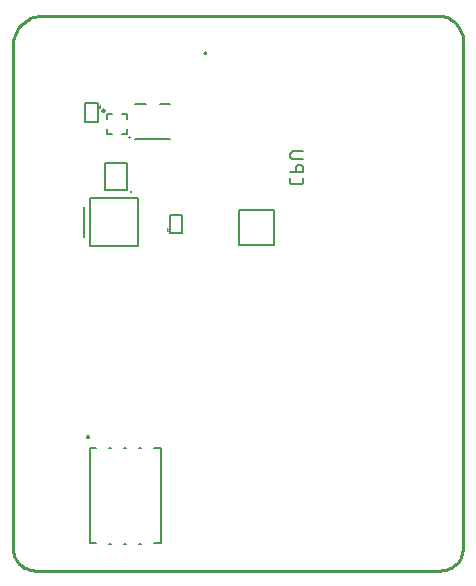
<source format=gbr>
G04 EAGLE Gerber RS-274X export*
G75*
%MOMM*%
%FSLAX34Y34*%
%LPD*%
%INSilkscreen Bottom*%
%IPPOS*%
%AMOC8*
5,1,8,0,0,1.08239X$1,22.5*%
G01*
%ADD10C,0.140000*%
%ADD11C,0.127000*%
%ADD12C,0.152400*%
%ADD13C,0.254000*%
%ADD14C,0.200000*%
%ADD15C,0.101600*%
%ADD16C,0.254000*%


D10*
X162200Y438100D02*
X162202Y438152D01*
X162208Y438204D01*
X162218Y438256D01*
X162231Y438306D01*
X162248Y438356D01*
X162269Y438404D01*
X162294Y438450D01*
X162322Y438494D01*
X162353Y438536D01*
X162387Y438576D01*
X162424Y438613D01*
X162464Y438647D01*
X162506Y438678D01*
X162550Y438706D01*
X162596Y438731D01*
X162644Y438752D01*
X162694Y438769D01*
X162744Y438782D01*
X162796Y438792D01*
X162848Y438798D01*
X162900Y438800D01*
X162952Y438798D01*
X163004Y438792D01*
X163056Y438782D01*
X163106Y438769D01*
X163156Y438752D01*
X163204Y438731D01*
X163250Y438706D01*
X163294Y438678D01*
X163336Y438647D01*
X163376Y438613D01*
X163413Y438576D01*
X163447Y438536D01*
X163478Y438494D01*
X163506Y438450D01*
X163531Y438404D01*
X163552Y438356D01*
X163569Y438306D01*
X163582Y438256D01*
X163592Y438204D01*
X163598Y438152D01*
X163600Y438100D01*
X163598Y438048D01*
X163592Y437996D01*
X163582Y437944D01*
X163569Y437894D01*
X163552Y437844D01*
X163531Y437796D01*
X163506Y437750D01*
X163478Y437706D01*
X163447Y437664D01*
X163413Y437624D01*
X163376Y437587D01*
X163336Y437553D01*
X163294Y437522D01*
X163250Y437494D01*
X163204Y437469D01*
X163156Y437448D01*
X163106Y437431D01*
X163056Y437418D01*
X163004Y437408D01*
X162952Y437402D01*
X162900Y437400D01*
X162848Y437402D01*
X162796Y437408D01*
X162744Y437418D01*
X162694Y437431D01*
X162644Y437448D01*
X162596Y437469D01*
X162550Y437494D01*
X162506Y437522D01*
X162464Y437553D01*
X162424Y437587D01*
X162387Y437624D01*
X162353Y437664D01*
X162322Y437706D01*
X162294Y437750D01*
X162269Y437796D01*
X162248Y437844D01*
X162231Y437894D01*
X162218Y437944D01*
X162208Y437996D01*
X162202Y438048D01*
X162200Y438100D01*
D11*
X105918Y274828D02*
X65278Y274828D01*
X105918Y274828D02*
X105918Y315468D01*
X65278Y315468D02*
X65278Y274828D01*
X65278Y315468D02*
X105918Y315468D01*
X60198Y307848D02*
X60198Y282448D01*
D12*
X77724Y321818D02*
X77724Y344678D01*
X96520Y344678D01*
X96520Y321818D01*
X77724Y321818D01*
D13*
X99822Y320548D03*
D14*
X75772Y389401D02*
X75774Y389464D01*
X75780Y389526D01*
X75790Y389588D01*
X75803Y389650D01*
X75821Y389710D01*
X75842Y389769D01*
X75867Y389827D01*
X75896Y389883D01*
X75928Y389937D01*
X75963Y389989D01*
X76001Y390038D01*
X76043Y390086D01*
X76087Y390130D01*
X76135Y390172D01*
X76184Y390210D01*
X76236Y390245D01*
X76290Y390277D01*
X76346Y390306D01*
X76404Y390331D01*
X76463Y390352D01*
X76523Y390370D01*
X76585Y390383D01*
X76647Y390393D01*
X76709Y390399D01*
X76772Y390401D01*
X76835Y390399D01*
X76897Y390393D01*
X76959Y390383D01*
X77021Y390370D01*
X77081Y390352D01*
X77140Y390331D01*
X77198Y390306D01*
X77254Y390277D01*
X77308Y390245D01*
X77360Y390210D01*
X77409Y390172D01*
X77457Y390130D01*
X77501Y390086D01*
X77543Y390038D01*
X77581Y389989D01*
X77616Y389937D01*
X77648Y389883D01*
X77677Y389827D01*
X77702Y389769D01*
X77723Y389710D01*
X77741Y389650D01*
X77754Y389588D01*
X77764Y389526D01*
X77770Y389464D01*
X77772Y389401D01*
X77770Y389338D01*
X77764Y389276D01*
X77754Y389214D01*
X77741Y389152D01*
X77723Y389092D01*
X77702Y389033D01*
X77677Y388975D01*
X77648Y388919D01*
X77616Y388865D01*
X77581Y388813D01*
X77543Y388764D01*
X77501Y388716D01*
X77457Y388672D01*
X77409Y388630D01*
X77360Y388592D01*
X77308Y388557D01*
X77254Y388525D01*
X77198Y388496D01*
X77140Y388471D01*
X77081Y388450D01*
X77021Y388432D01*
X76959Y388419D01*
X76897Y388409D01*
X76835Y388403D01*
X76772Y388401D01*
X76709Y388403D01*
X76647Y388409D01*
X76585Y388419D01*
X76523Y388432D01*
X76463Y388450D01*
X76404Y388471D01*
X76346Y388496D01*
X76290Y388525D01*
X76236Y388557D01*
X76184Y388592D01*
X76135Y388630D01*
X76087Y388672D01*
X76043Y388716D01*
X76001Y388764D01*
X75963Y388813D01*
X75928Y388865D01*
X75896Y388919D01*
X75867Y388975D01*
X75842Y389033D01*
X75821Y389092D01*
X75803Y389152D01*
X75790Y389214D01*
X75780Y389276D01*
X75774Y389338D01*
X75772Y389401D01*
D11*
X96842Y373981D02*
X96842Y369756D01*
X92617Y369756D01*
X96842Y382431D02*
X96842Y386656D01*
X92617Y386656D01*
X79942Y386656D02*
X79942Y382431D01*
X79942Y386656D02*
X84167Y386656D01*
X79942Y373981D02*
X79942Y369756D01*
X84167Y369756D01*
D15*
X130676Y289624D02*
X132676Y288624D01*
X130676Y289624D02*
X130676Y287624D01*
X132676Y288624D01*
D11*
X132926Y285924D02*
X132926Y301324D01*
X143426Y301324D01*
X143426Y285924D01*
X132926Y285924D01*
X234378Y329734D02*
X234378Y332274D01*
X234378Y329734D02*
X234380Y329634D01*
X234386Y329535D01*
X234396Y329435D01*
X234409Y329337D01*
X234427Y329238D01*
X234448Y329141D01*
X234473Y329045D01*
X234502Y328949D01*
X234535Y328855D01*
X234571Y328762D01*
X234611Y328671D01*
X234655Y328581D01*
X234702Y328493D01*
X234752Y328407D01*
X234806Y328323D01*
X234863Y328241D01*
X234923Y328162D01*
X234987Y328084D01*
X235053Y328010D01*
X235122Y327938D01*
X235194Y327869D01*
X235268Y327803D01*
X235346Y327739D01*
X235425Y327679D01*
X235507Y327622D01*
X235591Y327568D01*
X235677Y327518D01*
X235765Y327471D01*
X235855Y327427D01*
X235946Y327387D01*
X236039Y327351D01*
X236133Y327318D01*
X236229Y327289D01*
X236325Y327264D01*
X236422Y327243D01*
X236521Y327225D01*
X236619Y327212D01*
X236719Y327202D01*
X236818Y327196D01*
X236918Y327194D01*
X243268Y327194D01*
X243368Y327196D01*
X243467Y327202D01*
X243567Y327212D01*
X243665Y327225D01*
X243764Y327243D01*
X243861Y327264D01*
X243957Y327289D01*
X244053Y327318D01*
X244147Y327351D01*
X244240Y327387D01*
X244331Y327427D01*
X244421Y327471D01*
X244509Y327518D01*
X244595Y327568D01*
X244679Y327622D01*
X244761Y327679D01*
X244840Y327739D01*
X244918Y327803D01*
X244992Y327869D01*
X245064Y327938D01*
X245133Y328010D01*
X245199Y328084D01*
X245263Y328162D01*
X245323Y328241D01*
X245380Y328323D01*
X245434Y328407D01*
X245484Y328493D01*
X245531Y328581D01*
X245575Y328671D01*
X245615Y328762D01*
X245651Y328855D01*
X245684Y328949D01*
X245713Y329045D01*
X245738Y329141D01*
X245759Y329238D01*
X245777Y329337D01*
X245790Y329435D01*
X245800Y329535D01*
X245806Y329634D01*
X245808Y329734D01*
X245808Y332274D01*
X245808Y337328D02*
X234378Y337328D01*
X245808Y337328D02*
X245808Y340503D01*
X245806Y340614D01*
X245800Y340724D01*
X245791Y340835D01*
X245777Y340945D01*
X245760Y341054D01*
X245739Y341163D01*
X245714Y341271D01*
X245685Y341378D01*
X245653Y341484D01*
X245617Y341589D01*
X245577Y341692D01*
X245534Y341794D01*
X245487Y341895D01*
X245436Y341994D01*
X245383Y342091D01*
X245326Y342185D01*
X245265Y342278D01*
X245202Y342369D01*
X245135Y342458D01*
X245065Y342544D01*
X244992Y342627D01*
X244917Y342709D01*
X244839Y342787D01*
X244757Y342862D01*
X244674Y342935D01*
X244588Y343005D01*
X244499Y343072D01*
X244408Y343135D01*
X244315Y343196D01*
X244221Y343253D01*
X244124Y343306D01*
X244025Y343357D01*
X243924Y343404D01*
X243822Y343447D01*
X243719Y343487D01*
X243614Y343523D01*
X243508Y343555D01*
X243401Y343584D01*
X243293Y343609D01*
X243184Y343630D01*
X243075Y343647D01*
X242965Y343661D01*
X242854Y343670D01*
X242744Y343676D01*
X242633Y343678D01*
X242522Y343676D01*
X242412Y343670D01*
X242301Y343661D01*
X242191Y343647D01*
X242082Y343630D01*
X241973Y343609D01*
X241865Y343584D01*
X241758Y343555D01*
X241652Y343523D01*
X241547Y343487D01*
X241444Y343447D01*
X241342Y343404D01*
X241241Y343357D01*
X241142Y343306D01*
X241046Y343253D01*
X240951Y343196D01*
X240858Y343135D01*
X240767Y343072D01*
X240678Y343005D01*
X240592Y342935D01*
X240509Y342862D01*
X240427Y342787D01*
X240349Y342709D01*
X240274Y342627D01*
X240201Y342544D01*
X240131Y342458D01*
X240064Y342369D01*
X240001Y342278D01*
X239940Y342185D01*
X239883Y342091D01*
X239830Y341994D01*
X239779Y341895D01*
X239732Y341794D01*
X239689Y341692D01*
X239649Y341589D01*
X239613Y341484D01*
X239581Y341378D01*
X239552Y341271D01*
X239527Y341163D01*
X239506Y341054D01*
X239489Y340945D01*
X239475Y340835D01*
X239466Y340724D01*
X239460Y340614D01*
X239458Y340503D01*
X239458Y337328D01*
X237553Y348567D02*
X245808Y348567D01*
X237553Y348567D02*
X237442Y348569D01*
X237332Y348575D01*
X237221Y348584D01*
X237111Y348598D01*
X237002Y348615D01*
X236893Y348636D01*
X236785Y348661D01*
X236678Y348690D01*
X236572Y348722D01*
X236467Y348758D01*
X236364Y348798D01*
X236262Y348841D01*
X236161Y348888D01*
X236062Y348939D01*
X235966Y348992D01*
X235871Y349049D01*
X235778Y349110D01*
X235687Y349173D01*
X235598Y349240D01*
X235512Y349310D01*
X235429Y349383D01*
X235347Y349458D01*
X235269Y349536D01*
X235194Y349618D01*
X235121Y349701D01*
X235051Y349787D01*
X234984Y349876D01*
X234921Y349967D01*
X234860Y350060D01*
X234803Y350155D01*
X234750Y350251D01*
X234699Y350350D01*
X234652Y350451D01*
X234609Y350553D01*
X234569Y350656D01*
X234533Y350761D01*
X234501Y350867D01*
X234472Y350974D01*
X234447Y351082D01*
X234426Y351191D01*
X234409Y351300D01*
X234395Y351410D01*
X234386Y351521D01*
X234380Y351631D01*
X234378Y351742D01*
X234380Y351853D01*
X234386Y351963D01*
X234395Y352074D01*
X234409Y352184D01*
X234426Y352293D01*
X234447Y352402D01*
X234472Y352510D01*
X234501Y352617D01*
X234533Y352723D01*
X234569Y352828D01*
X234609Y352931D01*
X234652Y353033D01*
X234699Y353134D01*
X234750Y353233D01*
X234803Y353330D01*
X234860Y353424D01*
X234921Y353517D01*
X234984Y353608D01*
X235051Y353697D01*
X235121Y353783D01*
X235194Y353866D01*
X235269Y353948D01*
X235347Y354026D01*
X235429Y354101D01*
X235512Y354174D01*
X235598Y354244D01*
X235687Y354311D01*
X235778Y354374D01*
X235871Y354435D01*
X235966Y354492D01*
X236062Y354545D01*
X236161Y354596D01*
X236262Y354643D01*
X236364Y354686D01*
X236467Y354726D01*
X236572Y354762D01*
X236678Y354794D01*
X236785Y354823D01*
X236893Y354848D01*
X237002Y354869D01*
X237111Y354886D01*
X237221Y354900D01*
X237332Y354909D01*
X237442Y354915D01*
X237553Y354917D01*
X245808Y354917D01*
X221502Y305576D02*
X191502Y305576D01*
X191502Y275576D02*
X221502Y275576D01*
X191502Y275576D02*
X191502Y305576D01*
X221502Y305576D02*
X221502Y275576D01*
D16*
X98554Y366888D02*
X98554Y366888D01*
X98554Y366888D01*
X98554Y366888D01*
X98554Y366888D01*
X98554Y366888D01*
X98554Y366888D01*
X98554Y366888D01*
X98554Y366888D01*
D11*
X103364Y365238D02*
X133364Y365238D01*
X112364Y395238D02*
X103364Y395238D01*
X124364Y395238D02*
X133364Y395238D01*
D12*
X125250Y103500D02*
X125250Y23500D01*
X119888Y23500D01*
X65250Y23500D02*
X65250Y103500D01*
X70612Y103500D01*
X81788Y104140D02*
X83312Y104140D01*
X94488Y104140D02*
X96012Y104140D01*
X107188Y104140D02*
X108712Y104140D01*
X119888Y103500D02*
X125250Y103500D01*
X108712Y22860D02*
X107188Y22860D01*
X96012Y22860D02*
X94488Y22860D01*
X83312Y22860D02*
X81788Y22860D01*
X70612Y23500D02*
X65250Y23500D01*
X63500Y112268D02*
X63554Y112270D01*
X63608Y112276D01*
X63662Y112285D01*
X63715Y112299D01*
X63766Y112316D01*
X63817Y112337D01*
X63865Y112361D01*
X63912Y112389D01*
X63957Y112420D01*
X63999Y112454D01*
X64039Y112491D01*
X64076Y112531D01*
X64110Y112573D01*
X64141Y112618D01*
X64169Y112665D01*
X64193Y112713D01*
X64214Y112764D01*
X64231Y112815D01*
X64245Y112868D01*
X64254Y112922D01*
X64260Y112976D01*
X64262Y113030D01*
X64260Y113084D01*
X64254Y113138D01*
X64245Y113192D01*
X64231Y113245D01*
X64214Y113296D01*
X64193Y113347D01*
X64169Y113395D01*
X64141Y113442D01*
X64110Y113487D01*
X64076Y113529D01*
X64039Y113569D01*
X63999Y113606D01*
X63957Y113640D01*
X63912Y113671D01*
X63865Y113699D01*
X63817Y113723D01*
X63766Y113744D01*
X63715Y113761D01*
X63662Y113775D01*
X63608Y113784D01*
X63554Y113790D01*
X63500Y113792D01*
X63446Y113790D01*
X63392Y113784D01*
X63338Y113775D01*
X63285Y113761D01*
X63234Y113744D01*
X63183Y113723D01*
X63135Y113699D01*
X63088Y113671D01*
X63043Y113640D01*
X63001Y113606D01*
X62961Y113569D01*
X62924Y113529D01*
X62890Y113487D01*
X62859Y113442D01*
X62831Y113395D01*
X62807Y113347D01*
X62786Y113296D01*
X62769Y113245D01*
X62755Y113192D01*
X62746Y113138D01*
X62740Y113084D01*
X62738Y113030D01*
X62740Y112976D01*
X62746Y112922D01*
X62755Y112868D01*
X62769Y112815D01*
X62786Y112764D01*
X62807Y112713D01*
X62831Y112665D01*
X62859Y112618D01*
X62890Y112573D01*
X62924Y112531D01*
X62961Y112491D01*
X63001Y112454D01*
X63043Y112420D01*
X63088Y112389D01*
X63135Y112361D01*
X63183Y112337D01*
X63234Y112316D01*
X63285Y112299D01*
X63338Y112285D01*
X63392Y112276D01*
X63446Y112270D01*
X63500Y112268D01*
D15*
X74048Y391858D02*
X72048Y392858D01*
X74048Y391858D02*
X74048Y393858D01*
X72048Y392858D01*
D11*
X71798Y395558D02*
X71798Y380158D01*
X61298Y380158D01*
X61298Y395558D01*
X71798Y395558D01*
D13*
X0Y19050D02*
X73Y17390D01*
X289Y15742D01*
X649Y14120D01*
X1149Y12535D01*
X1785Y10999D01*
X2552Y9525D01*
X3445Y8123D01*
X4457Y6805D01*
X5580Y5580D01*
X6805Y4457D01*
X8123Y3445D01*
X9525Y2552D01*
X10999Y1785D01*
X12535Y1149D01*
X14120Y649D01*
X15742Y289D01*
X17390Y73D01*
X19050Y0D01*
X361950Y0D01*
X363610Y73D01*
X365258Y289D01*
X366881Y649D01*
X368465Y1149D01*
X370001Y1785D01*
X371475Y2552D01*
X372877Y3445D01*
X374195Y4457D01*
X375420Y5580D01*
X376543Y6805D01*
X377555Y8123D01*
X378448Y9525D01*
X379215Y10999D01*
X379851Y12535D01*
X380351Y14120D01*
X380711Y15742D01*
X380928Y17390D01*
X381000Y19050D01*
X381000Y444500D01*
X381192Y446449D01*
X381214Y448408D01*
X381064Y450360D01*
X380746Y452293D01*
X380260Y454190D01*
X379610Y456038D01*
X378802Y457822D01*
X377841Y459529D01*
X376736Y461145D01*
X375493Y462660D01*
X374124Y464060D01*
X372637Y465335D01*
X371045Y466476D01*
X369360Y467474D01*
X367594Y468321D01*
X365761Y469011D01*
X363875Y469539D01*
X361950Y469900D01*
X25400Y469900D01*
X23186Y469803D01*
X20989Y469514D01*
X18826Y469035D01*
X16713Y468368D01*
X14666Y467520D01*
X12700Y466497D01*
X10831Y465306D01*
X9073Y463958D01*
X7440Y462461D01*
X5942Y460827D01*
X4594Y459069D01*
X3403Y457200D01*
X2380Y455235D01*
X1532Y453187D01*
X865Y451074D01*
X386Y448911D01*
X97Y446714D01*
X0Y444500D01*
X0Y19050D01*
M02*

</source>
